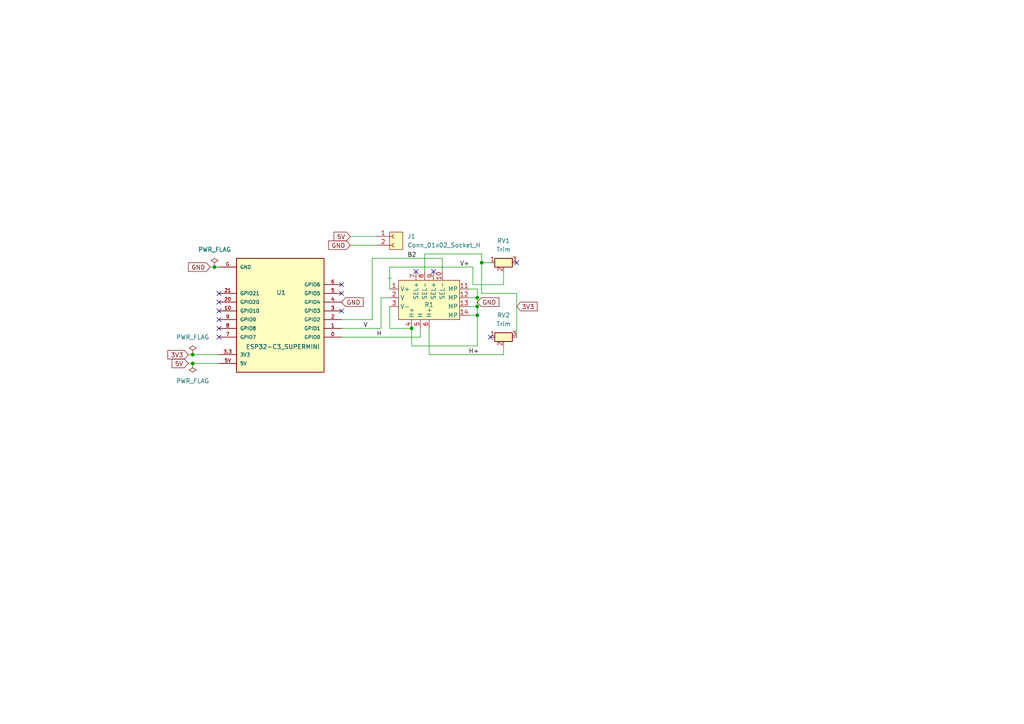
<source format=kicad_sch>
(kicad_sch (version 20231120) (generator "eeschema") (generator_version "8.0")
  (paper "A4")
  (lib_symbols
    (symbol "Anumby:Conn_01x02_Socket_H" (pin_names (offset 1.016) hide)
      (property "Reference" "J" (at 0.508 -1.27 0))
      (property "Value" "Conn_01x02_Socket_H" (at -8.382 -6.604 0))
      (symbol "Conn_01x02_Socket_H_0_1"
        (rectangle (start -1.27 1.27) (end 2.54 -3.81) (fill (type background)))
      )
      (symbol "Conn_01x02_Socket_H_1_1"
        (arc (start 0 -2.032) (mid -0.5058 -2.54) (end 0 -3.048) (stroke (width 0.1524)))
        (polyline (pts (xy -1.27 -2.54) (xy -0.508 -2.54)) (stroke (width 0.1524)))
        (polyline (pts (xy -1.27 0) (xy -0.508 0)) (stroke (width 0.1524)))
        (arc (start 0 0.508) (mid -0.5058 0) (end 0 -0.508) (stroke (width 0.1524)))
        (pin passive line (at -5.08 0 0) (length 3.81) (name "Pin_1") (number "1"))
        (pin passive line (at -5.08 -2.54 0) (length 3.81) (name "Pin_2") (number "2"))
      )
    )
    (symbol "Anumby:Joystick"
      (property "Reference" "R" (at 0 -0.762 0))
      (symbol "Joystick_0_1"
        (rectangle (start -2.54 8.89) (end -2.54 8.89))
      )
      (symbol "Joystick_1_1"
        (rectangle (start -8.89 6.35) (end 8.89 -5.08) (fill (type background)))
        (pin input line (at -11.43 3.81 0) (length 2.54) (name "V+") (number "1"))
        (pin input line (at 3.81 8.89 270) (length 2.54) (name "SEL-") (number "10"))
        (pin input line (at 11.43 3.81 180) (length 2.54) (name "MP") (number "11"))
        (pin input line (at 11.43 1.27 180) (length 2.54) (name "MP") (number "12"))
        (pin input line (at 11.43 -1.27 180) (length 2.54) (name "MP") (number "13"))
        (pin input line (at 11.43 -3.81 180) (length 2.54) (name "MP") (number "14"))
        (pin output line (at -11.43 1.27 0) (length 2.54) (name "V") (number "2"))
        (pin input line (at -11.43 -1.27 0) (length 2.54) (name "V-") (number "3"))
        (pin input line (at -5.08 -7.62 90) (length 2.54) (name "H+") (number "4"))
        (pin output line (at -2.54 -7.62 90) (length 2.54) (name "H") (number "5"))
        (pin input line (at 0 -7.62 90) (length 2.54) (name "H+") (number "6"))
        (pin output line (at -3.81 8.89 270) (length 2.54) (name "SEL+") (number "7"))
        (pin input line (at -1.27 8.89 270) (length 2.54) (name "SEL-") (number "8"))
        (pin output line (at 1.27 8.89 270) (length 2.54) (name "SEL+") (number "9"))
      )
    )
    (symbol "Anumby:Trimmer" (pin_names (offset 1.016) hide)
      (property "Reference" "RV" (at -0.254 2.54 0))
      (property "Value" "Trim" (at 0 0 0))
      (symbol "Trimmer_0_1"
        (rectangle (start -2.54 1.27) (end 2.54 -1.27) (stroke (width 0.254)) (fill (type background)))
      )
      (symbol "Trimmer_1_1"
        (pin input line (at -3.81 0 0) (length 1.27) (name "1") (number "1"))
        (pin output line (at 0 -2.54 90) (length 1.27) (name "2") (number "2"))
        (pin input line (at 3.81 0 180) (length 1.27) (name "3") (number "3"))
      )
    )
    (symbol "PCM_ESP32-C3-SUPERMINI:ESP32-C3_SUPERMINI" (pin_names (offset 1.016))
      (property "Reference" "U" (at -12.7 16.002 0))
      (property "Value" "ESP32-C3_SUPERMINI" (at -12.7 -20.32 0))
      (property "Footprint" "PCM_Espressif:ESP32-C3-SUPERMINI" (at -9.906 -50.546 0))
      (symbol "ESP32-C3_SUPERMINI_0_0"
        (rectangle (start -12.7 15.24) (end 12.7 -17.78) (stroke (width 0.254)) (fill (type background)))
        (pin bidirectional line (at -17.78 5.08 0) (length 5.08) (name "GPIO0") (number "0"))
        (pin bidirectional line (at -17.78 2.54 0) (length 5.08) (name "GPIO1") (number "1"))
        (pin bidirectional line (at 17.78 -2.54 180) (length 5.08) (name "GPIO10") (number "10"))
        (pin bidirectional line (at -17.78 0 0) (length 5.08) (name "GPIO2") (number "2"))
        (pin bidirectional line (at 17.78 -5.08 180) (length 5.08) (name "GPIO20") (number "20"))
        (pin bidirectional line (at 17.78 -7.62 180) (length 5.08) (name "GPIO21") (number "21"))
        (pin bidirectional line (at -17.78 -2.54 0) (length 5.08) (name "GPIO3") (number "3"))
        (pin power_in line (at 17.78 10.16 180) (length 5.08) (name "3V3") (number "3.3"))
        (pin bidirectional line (at -17.78 -5.08 0) (length 5.08) (name "GPIO4") (number "4"))
        (pin bidirectional line (at -17.78 -7.62 0) (length 5.08) (name "GPIO5") (number "5"))
        (pin power_in line (at 17.78 12.7 180) (length 5.08) (name "5V") (number "5V"))
        (pin bidirectional line (at -17.78 -10.16 0) (length 5.08) (name "GPIO6") (number "6"))
        (pin bidirectional line (at 17.78 5.08 180) (length 5.08) (name "GPIO7") (number "7"))
        (pin bidirectional line (at 17.78 2.54 180) (length 5.08) (name "GPIO8") (number "8"))
        (pin bidirectional line (at 17.78 0 180) (length 5.08) (name "GPIO9") (number "9"))
        (pin power_in line (at 17.78 -15.24 180) (length 5.08) (name "GND") (number "G"))
      )
    )
    (symbol "power:PWR_FLAG" (power) (pin_numbers hide) (pin_names (offset 0) hide)
      (property "Value" "PWR_FLAG" (at 0 3.81 0))
      (symbol "PWR_FLAG_0_0"
        (pin power_out line (at 0 0 90) (length 0) (name "~") (number "1"))
      )
      (symbol "PWR_FLAG_0_1"
        (polyline (pts (xy 0 0) (xy 0 1.27) (xy -1.016 1.905) (xy 0 2.54) (xy 1.016 1.905) (xy 0 1.27)))
      )
    )
  )
  (junction (at 138.43 88.9))
  (junction (at 139.7 76.2))
  (junction (at 55.88 105.41))
  (junction (at 55.88 102.87))
  (junction (at 138.43 91.44))
  (junction (at 119.38 95.25))
  (junction (at 62.23 77.47))
  (junction (at 138.43 86.36))
  (no_connect (at 63.5 92.71))
  (no_connect (at 99.06 82.55))
  (no_connect (at 63.5 97.79))
  (no_connect (at 142.24 97.79))
  (no_connect (at 99.06 85.09))
  (no_connect (at 63.5 87.63))
  (no_connect (at 120.65 78.74))
  (no_connect (at 63.5 85.09))
  (no_connect (at 149.86 76.2))
  (no_connect (at 63.5 90.17))
  (no_connect (at 63.5 95.25))
  (no_connect (at 99.06 90.17))
  (no_connect (at 125.73 78.74))
  (wire (pts (xy 124.46 95.25) (xy 124.46 102.87)))
  (wire (pts (xy 54.61 102.87) (xy 55.88 102.87)))
  (wire (pts (xy 101.6 68.58) (xy 109.22 68.58)))
  (wire (pts (xy 135.89 88.9) (xy 138.43 88.9)))
  (wire (pts (xy 138.43 86.36) (xy 138.43 88.9)))
  (wire (pts (xy 146.05 102.87) (xy 146.05 100.33)))
  (wire (pts (xy 142.24 76.2) (xy 139.7 76.2)))
  (wire (pts (xy 138.43 88.9) (xy 138.43 91.44)))
  (wire (pts (xy 123.19 78.74) (xy 123.19 73.66)))
  (wire (pts (xy 55.88 105.41) (xy 63.5 105.41)))
  (wire (pts (xy 54.61 105.41) (xy 55.88 105.41)))
  (wire (pts (xy 60.96 77.47) (xy 62.23 77.47)))
  (wire (pts (xy 128.27 74.93) (xy 128.27 78.74)))
  (wire (pts (xy 139.7 73.66) (xy 139.7 76.2)))
  (wire (pts (xy 119.38 95.25) (xy 119.38 100.33)))
  (wire (pts (xy 107.95 74.93) (xy 128.27 74.93)))
  (wire (pts (xy 123.19 73.66) (xy 139.7 73.66)))
  (wire (pts (xy 135.89 91.44) (xy 138.43 91.44)))
  (wire (pts (xy 55.88 102.87) (xy 63.5 102.87)))
  (wire (pts (xy 139.7 76.2) (xy 139.7 85.09)))
  (wire (pts (xy 121.92 97.79) (xy 121.92 95.25)))
  (wire (pts (xy 149.86 85.09) (xy 139.7 85.09)))
  (wire (pts (xy 137.16 77.47) (xy 137.16 82.55)))
  (wire (pts (xy 110.49 95.25) (xy 110.49 86.36)))
  (wire (pts (xy 99.06 95.25) (xy 110.49 95.25)))
  (wire (pts (xy 113.03 95.25) (xy 119.38 95.25)))
  (wire (pts (xy 113.03 83.82) (xy 113.03 77.47)))
  (wire (pts (xy 99.06 97.79) (xy 121.92 97.79)))
  (wire (pts (xy 119.38 100.33) (xy 138.43 100.33)))
  (wire (pts (xy 107.95 92.71) (xy 107.95 74.93)))
  (wire (pts (xy 146.05 82.55) (xy 146.05 78.74)))
  (wire (pts (xy 138.43 100.33) (xy 138.43 91.44)))
  (wire (pts (xy 113.03 88.9) (xy 113.03 95.25)))
  (wire (pts (xy 113.03 77.47) (xy 137.16 77.47)))
  (wire (pts (xy 138.43 83.82) (xy 138.43 86.36)))
  (wire (pts (xy 135.89 86.36) (xy 138.43 86.36)))
  (wire (pts (xy 110.49 86.36) (xy 113.03 86.36)))
  (wire (pts (xy 109.22 71.12) (xy 101.6 71.12)))
  (wire (pts (xy 135.89 83.82) (xy 138.43 83.82)))
  (wire (pts (xy 124.46 102.87) (xy 146.05 102.87)))
  (wire (pts (xy 99.06 92.71) (xy 107.95 92.71)))
  (wire (pts (xy 149.86 97.79) (xy 149.86 85.09)))
  (wire (pts (xy 137.16 82.55) (xy 146.05 82.55)))
  (wire (pts (xy 62.23 77.47) (xy 63.5 77.47)))
  (label "H" (at 109.22 97.79 0))
  (label "H+" (at 135.89 102.87 0))
  (label "V" (at 105.41 95.25 0))
  (label "V+" (at 133.35 77.47 0))
  (label "B2" (at 118.11 74.93 0))
  (global_label "GND" (shape input) (at 101.6 71.12 180) (property "Intersheetrefs" "${INTERSHEET_REFS}" (effects (hide yes))))
  (global_label "GND" (shape input) (at 138.43 87.63 0) (property "Intersheetrefs" "${INTERSHEET_REFS}" (effects (hide yes))))
  (global_label "3V3" (shape input) (at 149.86 88.9 0) (property "Intersheetrefs" "${INTERSHEET_REFS}" (effects (hide yes))))
  (global_label "3V3" (shape input) (at 54.61 102.87 180) (property "Intersheetrefs" "${INTERSHEET_REFS}" (effects (hide yes))))
  (global_label "GND" (shape input) (at 60.96 77.47 180) (property "Intersheetrefs" "${INTERSHEET_REFS}" (effects (hide yes))))
  (global_label "GND" (shape input) (at 99.06 87.63 0) (property "Intersheetrefs" "${INTERSHEET_REFS}" (effects (hide yes))))
  (global_label "5V" (shape input) (at 101.6 68.58 180) (property "Intersheetrefs" "${INTERSHEET_REFS}" (effects (hide yes))))
  (global_label "5V" (shape input) (at 54.61 105.41 180) (property "Intersheetrefs" "${INTERSHEET_REFS}" (effects (hide yes))))
  (symbol (lib_id "power:PWR_FLAG") (at 55.88 102.87 0) (unit 1)
    (property "Reference" "#FLG02" (effects (hide yes)))
    (property "Value" "PWR_FLAG" (at 55.88 97.79 0))
    (property "Description" "Special symbol for telling ERC where power comes from" (effects (hide yes)))
  )
  (symbol (lib_id "Anumby:Trimmer") (at 146.05 97.79 0) (unit 1)
    (property "Reference" "RV2" (at 146.05 91.44 0))
    (property "Value" "Trim" (at 146.05 93.98 0))
    (property "Footprint" "Potentiometer_THT:Potentiometer_Runtron_RM-065_Vertical" (effects (hide yes)))
  )
  (symbol (lib_id "PCM_ESP32-C3-SUPERMINI:ESP32-C3_SUPERMINI") (at 81.28 92.71 180) (unit 1)
    (property "Reference" "U1" (at 81.534 84.836 0))
    (property "Value" "ESP32-C3_SUPERMINI" (at 82.042 100.584 0))
    (property "Footprint" "Anumby:ESP32-C3-SUPERMINI" (effects (hide yes)))
    (property "MF" "Espressif Systems" (effects (hide yes)))
    (property "MAXIMUM_PACKAGE_HEIGHT" "4.2mm" (effects (hide yes)))
    (property "Package" "Package" (effects (hide yes)))
    (property "Price" "None" (effects (hide yes)))
    (property "Check_prices" "https://www.snapeda.com/parts/ESP32-C3%20SuperMini/Espressif+Systems/view-part/?ref=eda" (effects (hide yes)))
    (property "STANDARD" "Manufacturer Recommendations" (effects (hide yes)))
    (property "SnapEDA_Link" "https://www.snapeda.com/parts/ESP32-C3%20SuperMini/Espressif+Systems/view-part/?ref=snap" (effects (hide yes)))
    (property "MP" "ESP32-C3 SuperMini" (effects (hide yes)))
    (property "Description_1" "\nSuper tiny ESP32-C3 board\n" (effects (hide yes)))
    (property "Availability" "Not in stock" (effects (hide yes)))
    (property "MANUFACTURER" "Espressif" (effects (hide yes)))
  )
  (symbol (lib_id "Anumby:Trimmer") (at 146.05 76.2 0) (unit 1)
    (property "Reference" "RV1" (at 146.05 69.85 0))
    (property "Value" "Trim" (at 146.05 72.39 0))
    (property "Footprint" "Potentiometer_THT:Potentiometer_Runtron_RM-065_Vertical" (effects (hide yes)))
  )
  (symbol (lib_id "power:PWR_FLAG") (at 62.23 77.47 0) (unit 1)
    (property "Reference" "#FLG01" (effects (hide yes)))
    (property "Value" "PWR_FLAG" (at 62.23 72.39 0))
    (property "Description" "Special symbol for telling ERC where power comes from" (effects (hide yes)))
  )
  (symbol (lib_id "Anumby:Joystick") (at 124.46 87.63 0) (unit 1)
    (property "Reference" "R1" (at 124.46 88.392 0))
    (property "Value" "~" (at 113.03 80.6765 0))
    (property "Footprint" "Anumby:JOYSTICK_MODEL_802" (effects (hide yes)))
  )
  (symbol (lib_id "power:PWR_FLAG") (at 55.88 105.41 180) (unit 1)
    (property "Reference" "#FLG03" (effects (hide yes)))
    (property "Value" "PWR_FLAG" (at 55.88 110.49 0))
    (property "Description" "Special symbol for telling ERC where power comes from" (effects (hide yes)))
  )
  (symbol (lib_id "Anumby:Conn_01x02_Socket_H") (at 114.3 68.58 0) (unit 1)
    (property "Reference" "J1" (at 118.11 68.5799 0) (effects (justify left)))
    (property "Value" "Conn_01x02_Socket_H" (at 118.11 71.1199 0) (effects (justify left)))
    (property "Footprint" "Connector_JST:JST_PH_S2B-PH-K_1x02_P2.00mm_Horizontal" (effects (hide yes)))
  )
)
</source>
